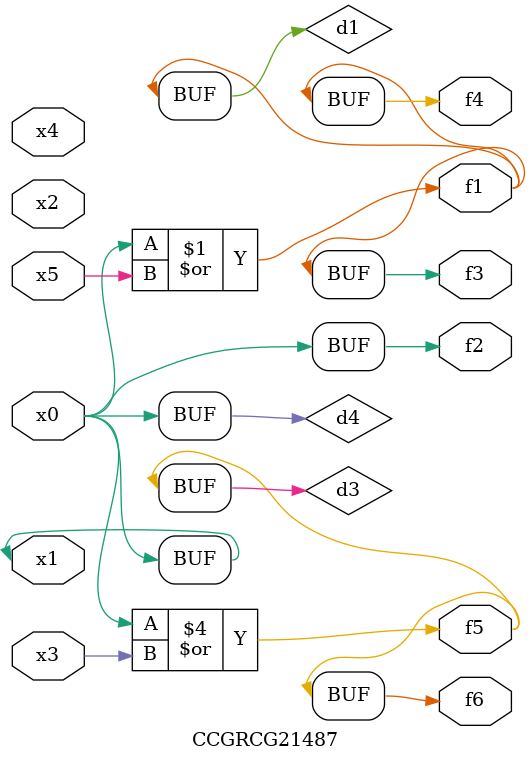
<source format=v>
module CCGRCG21487(
	input x0, x1, x2, x3, x4, x5,
	output f1, f2, f3, f4, f5, f6
);

	wire d1, d2, d3, d4;

	or (d1, x0, x5);
	xnor (d2, x1, x4);
	or (d3, x0, x3);
	buf (d4, x0, x1);
	assign f1 = d1;
	assign f2 = d4;
	assign f3 = d1;
	assign f4 = d1;
	assign f5 = d3;
	assign f6 = d3;
endmodule

</source>
